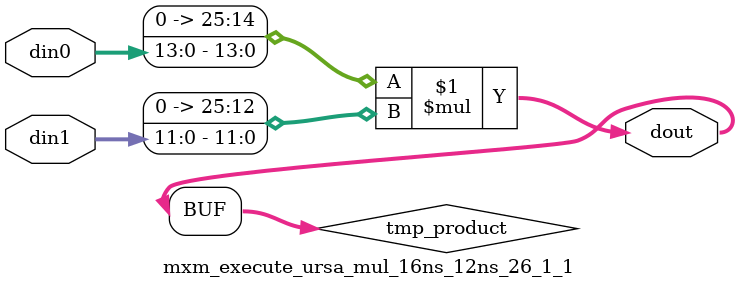
<source format=v>

`timescale 1 ns / 1 ps

  module mxm_execute_ursa_mul_16ns_12ns_26_1_1(din0, din1, dout);
parameter ID = 1;
parameter NUM_STAGE = 0;
parameter din0_WIDTH = 14;
parameter din1_WIDTH = 12;
parameter dout_WIDTH = 26;

input [din0_WIDTH - 1 : 0] din0; 
input [din1_WIDTH - 1 : 0] din1; 
output [dout_WIDTH - 1 : 0] dout;

wire signed [dout_WIDTH - 1 : 0] tmp_product;










assign tmp_product = $signed({1'b0, din0}) * $signed({1'b0, din1});











assign dout = tmp_product;







endmodule

</source>
